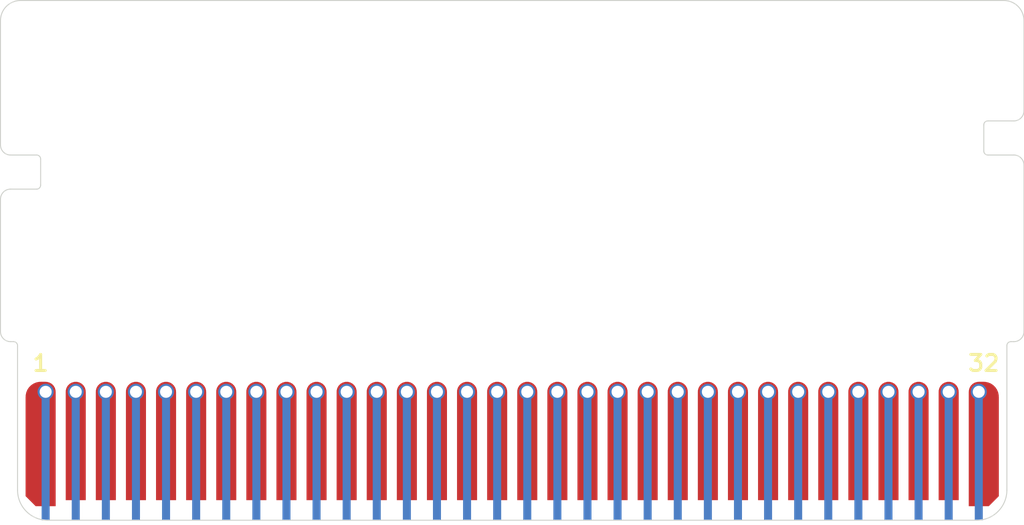
<source format=kicad_pcb>
(kicad_pcb (version 20211014) (generator pcbnew)
  (layers (0 "F.Cu" signal) (31 "B.Cu" signal) (34 "B.Paste" user) (35 "F.Paste" user) (36 "B.SilkS" user "B.Silkscreen") (37 "F.SilkS" user "F.Silkscreen") (38 "B.Mask" user) (39 "F.Mask" user) (44 "Edge.Cuts" user))
  (net 0 "")
  (net 1 "Net-(J1-Pad32)")
  (net 2 "Net-(J1-Pad1)")
  (net 3 "Net-(J1-Pad31)")
  (net 4 "Net-(J1-Pad30)")
  (net 5 "Net-(J1-Pad29)")
  (net 6 "Net-(J1-Pad28)")
  (net 7 "Net-(J1-Pad27)")
  (net 8 "Net-(J1-Pad26)")
  (net 9 "Net-(J1-Pad25)")
  (net 10 "Net-(J1-Pad24)")
  (net 11 "Net-(J1-Pad23)")
  (net 12 "Net-(J1-Pad22)")
  (net 13 "Net-(J1-Pad21)")
  (net 14 "Net-(J1-Pad20)")
  (net 15 "Net-(J1-Pad19)")
  (net 16 "Net-(J1-Pad18)")
  (net 17 "Net-(J1-Pad17)")
  (net 18 "Net-(J1-Pad16)")
  (net 19 "Net-(J1-Pad15)")
  (net 20 "Net-(J1-Pad14)")
  (net 21 "Net-(J1-Pad13)")
  (net 22 "Net-(J1-Pad12)")
  (net 23 "Net-(J1-Pad11)")
  (net 24 "Net-(J1-Pad10)")
  (net 25 "Net-(J1-Pad9)")
  (net 26 "Net-(J1-Pad8)")
  (net 27 "Net-(J1-Pad7)")
  (net 28 "Net-(J1-Pad6)")
  (net 29 "Net-(J1-Pad5)")
  (net 30 "Net-(J1-Pad4)")
  (net 31 "Net-(J1-Pad3)")
  (net 32 "Net-(J1-Pad2)")
  (footprint "Connector_GameBoy:GameBoy_GamePak_AGB-002_P1.50mm_Edge" (layer "F.Cu") (at 149.55 114.8)
    (fp_text reference "J1" hide)
    (fp_text value "GameBoy_GamePak_AGB-002" hide)
    (fp_text user "32" (at 23.5 -7.825) (layer "F.SilkS") (effects (font (size 0.8 0.8))))
    (fp_text user "1" (at -23.5 -7.825) (layer "F.SilkS") (effects (font (size 0.8 0.8))))
    (fp_poly (pts (xy 11.45 0) (xy 11.05 0) (xy 11.05 -6.1) (xy 11.45 -6.1)) (layer "B.Cu") (width 0) (fill solid))
    (fp_poly (pts (xy -0.55 0) (xy -0.95 0) (xy -0.95 -6.1) (xy -0.55 -6.1)) (layer "B.Cu") (width 0) (fill solid))
    (fp_poly (pts (xy 6.95 0) (xy 6.55 0) (xy 6.55 -6.1) (xy 6.95 -6.1)) (layer "B.Cu") (width 0) (fill solid))
    (fp_poly (pts (xy -14.05 0) (xy -14.45 0) (xy -14.45 -6.1) (xy -14.05 -6.1)) (layer "B.Cu") (width 0) (fill solid))
    (fp_poly (pts (xy 2.45 0) (xy 2.05 0) (xy 2.05 -6.1) (xy 2.45 -6.1)) (layer "B.Cu") (width 0) (fill solid))
    (fp_poly (pts (xy -6.55 0) (xy -6.95 0) (xy -6.95 -6.1) (xy -6.55 -6.1)) (layer "B.Cu") (width 0) (fill solid))
    (fp_poly (pts (xy -11.05 0) (xy -11.45 0) (xy -11.45 -6.1) (xy -11.05 -6.1)) (layer "B.Cu") (width 0) (fill solid))
    (fp_poly (pts (xy -8.05 0) (xy -8.45 0) (xy -8.45 -6.1) (xy -8.05 -6.1)) (layer "B.Cu") (width 0) (fill solid))
    (fp_poly (pts (xy -18.55 0) (xy -18.95 0) (xy -18.95 -6.1) (xy -18.55 -6.1)) (layer "B.Cu") (width 0) (fill solid))
    (fp_poly (pts (xy 15.95 0) (xy 15.55 0) (xy 15.55 -6.1) (xy 15.95 -6.1)) (layer "B.Cu") (width 0) (fill solid))
    (fp_poly (pts (xy 18.95 0) (xy 18.55 0) (xy 18.55 -6.1) (xy 18.95 -6.1)) (layer "B.Cu") (width 0) (fill solid))
    (fp_poly (pts (xy -9.55 0) (xy -9.95 0) (xy -9.95 -6.1) (xy -9.55 -6.1)) (layer "B.Cu") (width 0) (fill solid))
    (fp_poly (pts (xy 12.95 0) (xy 12.55 0) (xy 12.55 -6.1) (xy 12.95 -6.1)) (layer "B.Cu") (width 0) (fill solid))
    (fp_poly (pts (xy 3.95 0) (xy 3.55 0) (xy 3.55 -6.1) (xy 3.95 -6.1)) (layer "B.Cu") (width 0) (fill solid))
    (fp_poly (pts (xy -2.05 0) (xy -2.45 0) (xy -2.45 -6.1) (xy -2.05 -6.1)) (layer "B.Cu") (width 0) (fill solid))
    (fp_poly (pts (xy -21.55 0) (xy -21.95 0) (xy -21.95 -6.1) (xy -21.55 -6.1)) (layer "B.Cu") (width 0) (fill solid))
    (fp_poly (pts (xy 21.95 0) (xy 21.55 0) (xy 21.55 -6.1) (xy 21.95 -6.1)) (layer "B.Cu") (width 0) (fill solid))
    (fp_poly (pts (xy -20.05 0) (xy -20.45 0) (xy -20.45 -6.1) (xy -20.05 -6.1)) (layer "B.Cu") (width 0) (fill solid))
    (fp_poly (pts (xy 20.45 0) (xy 20.05 0) (xy 20.05 -6.1) (xy 20.45 -6.1)) (layer "B.Cu") (width 0) (fill solid))
    (fp_poly (pts (xy -12.55 0) (xy -12.95 0) (xy -12.95 -6.1) (xy -12.55 -6.1)) (layer "B.Cu") (width 0) (fill solid))
    (fp_poly (pts (xy -15.55 0) (xy -15.95 0) (xy -15.95 -6.1) (xy -15.55 -6.1)) (layer "B.Cu") (width 0) (fill solid))
    (fp_poly (pts (xy -17.05 0) (xy -17.45 0) (xy -17.45 -6.1) (xy -17.05 -6.1)) (layer "B.Cu") (width 0) (fill solid))
    (fp_poly (pts (xy 14.45 0) (xy 14.05 0) (xy 14.05 -6.1) (xy 14.45 -6.1)) (layer "B.Cu") (width 0) (fill solid))
    (fp_poly (pts (xy 5.45 0) (xy 5.05 0) (xy 5.05 -6.1) (xy 5.45 -6.1)) (layer "B.Cu") (width 0) (fill solid))
    (fp_poly (pts (xy -3.55 0) (xy -3.95 0) (xy -3.95 -6.1) (xy -3.55 -6.1)) (layer "B.Cu") (width 0) (fill solid))
    (fp_poly (pts (xy 17.45 0) (xy 17.05 0) (xy 17.05 -6.1) (xy 17.45 -6.1)) (layer "B.Cu") (width 0) (fill solid))
    (fp_poly (pts (xy 23.45 0) (xy 23.05 0) (xy 23.05 -6.1) (xy 23.45 -6.1)) (layer "B.Cu") (width 0) (fill solid))
    (fp_poly (pts (xy 9.95 0) (xy 9.55 0) (xy 9.55 -6.1) (xy 9.95 -6.1)) (layer "B.Cu") (width 0) (fill solid))
    (fp_poly (pts (xy 8.45 0) (xy 8.05 0) (xy 8.05 -6.1) (xy 8.45 -6.1)) (layer "B.Cu") (width 0) (fill solid))
    (fp_poly (pts (xy 0.95 0) (xy 0.55 0) (xy 0.55 -6.1) (xy 0.95 -6.1)) (layer "B.Cu") (width 0) (fill solid))
    (fp_poly (pts (xy -23.05 0) (xy -23.45 0) (xy -23.45 -6.1) (xy -23.05 -6.1)) (layer "B.Cu") (width 0) (fill solid))
    (fp_poly (pts (xy -5.05 0) (xy -5.45 0) (xy -5.45 -6.1) (xy -5.05 -6.1)) (layer "B.Cu") (width 0) (fill solid))
    (pad "1" connect custom locked (at -23.25 -6.4) (size 0.8 0.8) (layers "F.Cu") (net 2 "Net-(J1-Pad1)") (options (clearance outline) (anchor circle)) (primitives (gr_line (start -0.25 -0.45) (end 0 -0.45) (width 0.1)) (gr_circle (center 0 0) (end 0.25 0) (width 0.5)) (gr_poly (pts (xy -1 5.2) (xy -1 0.25) (xy 0.5 0.25) (xy 0.5 5.7) (xy -0.5 5.7)) (width 0) (fill yes)) (gr_circle (center -0.25 0.25) (end 0.125 0.25) (width 0.75)) (gr_line (start 0.45 0) (end 0.45 0.25) (width 0.1))))
    (pad "1" thru_hole circle locked (at -23.25 -6.4) (size 0.8 0.8) (drill 0.6) (layers *.Cu *.Mask) (net 2 "Net-(J1-Pad1)"))
    (pad "2" connect custom locked (at -21.75 -6.4) (size 0.8 0.8) (layers "F.Cu") (net 32 "Net-(J1-Pad2)") (options (clearance outline) (anchor circle)) (primitives (gr_poly (pts (xy -0.5 5.4) (xy 0.5 5.4) (xy 0.5 0) (xy -0.5 0)) (width 0) (fill yes)) (gr_circle (center -0.001247 0) (end 0.25 0) (width 0.5))))
    (pad "2" thru_hole circle locked (at -21.75 -6.4) (size 0.8 0.8) (drill 0.6) (layers *.Cu *.Mask) (net 32 "Net-(J1-Pad2)"))
    (pad "3" thru_hole circle locked (at -20.25 -6.4) (size 0.8 0.8) (drill 0.6) (layers *.Cu *.Mask) (net 31 "Net-(J1-Pad3)"))
    (pad "3" connect custom locked (at -20.25 -6.4) (size 0.8 0.8) (layers "F.Cu") (net 31 "Net-(J1-Pad3)") (options (clearance outline) (anchor circle)) (primitives (gr_poly (pts (xy -0.5 5.4) (xy 0.5 5.4) (xy 0.5 0) (xy -0.5 0)) (width 0) (fill yes)) (gr_circle (center -0.001247 0) (end 0.25 0) (width 0.5))))
    (pad "4" thru_hole circle locked (at -18.75 -6.4) (size 0.8 0.8) (drill 0.6) (layers *.Cu *.Mask) (net 30 "Net-(J1-Pad4)"))
    (pad "4" connect custom locked (at -18.75 -6.4) (size 0.8 0.8) (layers "F.Cu") (net 30 "Net-(J1-Pad4)") (options (clearance outline) (anchor circle)) (primitives (gr_poly (pts (xy -0.5 5.4) (xy 0.5 5.4) (xy 0.5 0) (xy -0.5 0)) (width 0) (fill yes)) (gr_circle (center -0.001247 0) (end 0.25 0) (width 0.5))))
    (pad "5" connect custom locked (at -17.25 -6.4) (size 0.8 0.8) (layers "F.Cu") (net 29 "Net-(J1-Pad5)") (options (clearance outline) (anchor circle)) (primitives (gr_poly (pts (xy -0.5 5.4) (xy 0.5 5.4) (xy 0.5 0) (xy -0.5 0)) (width 0) (fill yes)) (gr_circle (center -0.001247 0) (end 0.25 0) (width 0.5))))
    (pad "5" thru_hole circle locked (at -17.25 -6.4) (size 0.8 0.8) (drill 0.6) (layers *.Cu *.Mask) (net 29 "Net-(J1-Pad5)"))
    (pad "6" connect custom locked (at -15.75 -6.4) (size 0.8 0.8) (layers "F.Cu") (net 28 "Net-(J1-Pad6)") (options (clearance outline) (anchor circle)) (primitives (gr_poly (pts (xy -0.5 5.4) (xy 0.5 5.4) (xy 0.5 0) (xy -0.5 0)) (width 0) (fill yes)) (gr_circle (center -0.001247 0) (end 0.25 0) (width 0.5))))
    (pad "6" thru_hole circle locked (at -15.75 -6.4) (size 0.8 0.8) (drill 0.6) (layers *.Cu *.Mask) (net 28 "Net-(J1-Pad6)"))
    (pad "7" connect custom locked (at -14.25 -6.4) (size 0.8 0.8) (layers "F.Cu") (net 27 "Net-(J1-Pad7)") (options (clearance outline) (anchor circle)) (primitives (gr_poly (pts (xy -0.5 5.4) (xy 0.5 5.4) (xy 0.5 0) (xy -0.5 0)) (width 0) (fill yes)) (gr_circle (center -0.001247 0) (end 0.25 0) (width 0.5))))
    (pad "7" thru_hole circle locked (at -14.25 -6.4) (size 0.8 0.8) (drill 0.6) (layers *.Cu *.Mask) (net 27 "Net-(J1-Pad7)"))
    (pad "8" connect custom locked (at -12.75 -6.4) (size 0.8 0.8) (layers "F.Cu") (net 26 "Net-(J1-Pad8)") (options (clearance outline) (anchor circle)) (primitives (gr_poly (pts (xy -0.5 5.4) (xy 0.5 5.4) (xy 0.5 0) (xy -0.5 0)) (width 0) (fill yes)) (gr_circle (center -0.001247 0) (end 0.25 0) (width 0.5))))
    (pad "8" thru_hole circle locked (at -12.75 -6.4) (size 0.8 0.8) (drill 0.6) (layers *.Cu *.Mask) (net 26 "Net-(J1-Pad8)"))
    (pad "9" thru_hole circle locked (at -11.25 -6.4) (size 0.8 0.8) (drill 0.6) (layers *.Cu *.Mask) (net 25 "Net-(J1-Pad9)"))
    (pad "9" connect custom locked (at -11.25 -6.4) (size 0.8 0.8) (layers "F.Cu") (net 25 "Net-(J1-Pad9)") (options (clearance outline) (anchor circle)) (primitives (gr_poly (pts (xy -0.5 5.4) (xy 0.5 5.4) (xy 0.5 0) (xy -0.5 0)) (width 0) (fill yes)) (gr_circle (center -0.001247 0) (end 0.25 0) (width 0.5))))
    (pad "10" connect custom locked (at -9.75 -6.4) (size 0.8 0.8) (layers "F.Cu") (net 24 "Net-(J1-Pad10)") (options (clearance outline) (anchor circle)) (primitives (gr_poly (pts (xy -0.5 5.4) (xy 0.5 5.4) (xy 0.5 0) (xy -0.5 0)) (width 0) (fill yes)) (gr_circle (center -0.001247 0) (end 0.25 0) (width 0.5))))
    (pad "10" thru_hole circle locked (at -9.75 -6.4) (size 0.8 0.8) (drill 0.6) (layers *.Cu *.Mask) (net 24 "Net-(J1-Pad10)"))
    (pad "11" connect custom locked (at -8.25 -6.4) (size 0.8 0.8) (layers "F.Cu") (net 23 "Net-(J1-Pad11)") (options (clearance outline) (anchor circle)) (primitives (gr_poly (pts (xy -0.5 5.4) (xy 0.5 5.4) (xy 0.5 0) (xy -0.5 0)) (width 0) (fill yes)) (gr_circle (center -0.001247 0) (end 0.25 0) (width 0.5))))
    (pad "11" thru_hole circle locked (at -8.25 -6.4) (size 0.8 0.8) (drill 0.6) (layers *.Cu *.Mask) (net 23 "Net-(J1-Pad11)"))
    (pad "12" thru_hole circle locked (at -6.75 -6.4) (size 0.8 0.8) (drill 0.6) (layers *.Cu *.Mask) (net 22 "Net-(J1-Pad12)"))
    (pad "12" connect custom locked (at -6.75 -6.4) (size 0.8 0.8) (layers "F.Cu") (net 22 "Net-(J1-Pad12)") (options (clearance outline) (anchor circle)) (primitives (gr_poly (pts (xy -0.5 5.4) (xy 0.5 5.4) (xy 0.5 0) (xy -0.5 0)) (width 0) (fill yes)) (gr_circle (center -0.001247 0) (end 0.25 0) (width 0.5))))
    (pad "13" thru_hole circle locked (at -5.25 -6.4) (size 0.8 0.8) (drill 0.6) (layers *.Cu *.Mask) (net 21 "Net-(J1-Pad13)"))
    (pad "13" connect custom locked (at -5.25 -6.4) (size 0.8 0.8) (layers "F.Cu") (net 21 "Net-(J1-Pad13)") (options (clearance outline) (anchor circle)) (primitives (gr_poly (pts (xy -0.5 5.4) (xy 0.5 5.4) (xy 0.5 0) (xy -0.5 0)) (width 0) (fill yes)) (gr_circle (center -0.001247 0) (end 0.25 0) (width 0.5))))
    (pad "14" connect custom locked (at -3.75 -6.4) (size 0.8 0.8) (layers "F.Cu") (net 20 "Net-(J1-Pad14)") (options (clearance outline) (anchor circle)) (primitives (gr_poly (pts (xy -0.5 5.4) (xy 0.5 5.4) (xy 0.5 0) (xy -0.5 0)) (width 0) (fill yes)) (gr_circle (center -0.001247 0) (end 0.25 0) (width 0.5))))
    (pad "14" thru_hole circle locked (at -3.75 -6.4) (size 0.8 0.8) (drill 0.6) (layers *.Cu *.Mask) (net 20 "Net-(J1-Pad14)"))
    (pad "15" thru_hole circle locked (at -2.25 -6.4) (size 0.8 0.8) (drill 0.6) (layers *.Cu *.Mask) (net 19 "Net-(J1-Pad15)"))
    (pad "15" connect custom locked (at -2.25 -6.4) (size 0.8 0.8) (layers "F.Cu") (net 19 "Net-(J1-Pad15)") (options (clearance outline) (anchor circle)) (primitives (gr_poly (pts (xy -0.5 5.4) (xy 0.5 5.4) (xy 0.5 0) (xy -0.5 0)) (width 0) (fill yes)) (gr_circle (center -0.001247 0) (end 0.25 0) (width 0.5))))
    (pad "16" thru_hole circle locked (at -0.75 -6.4) (size 0.8 0.8) (drill 0.6) (layers *.Cu *.Mask) (net 18 "Net-(J1-Pad16)"))
    (pad "16" connect custom locked (at -0.75 -6.4) (size 0.8 0.8) (layers "F.Cu") (net 18 "Net-(J1-Pad16)") (options (clearance outline) (anchor circle)) (primitives (gr_poly (pts (xy -0.5 5.4) (xy 0.5 5.4) (xy 0.5 0) (xy -0.5 0)) (width 0) (fill yes)) (gr_circle (center -0.001247 0) (end 0.25 0) (width 0.5))))
    (pad "17" connect custom locked (at 0.75 -6.4) (size 0.8 0.8) (layers "F.Cu") (net 17 "Net-(J1-Pad17)") (options (clearance outline) (anchor circle)) (primitives (gr_poly (pts (xy -0.5 5.4) (xy 0.5 5.4) (xy 0.5 0) (xy -0.5 0)) (width 0) (fill yes)) (gr_circle (center -0.001247 0) (end 0.25 0) (width 0.5))))
    (pad "17" thru_hole circle locked (at 0.75 -6.4) (size 0.8 0.8) (drill 0.6) (layers *.Cu *.Mask) (net 17 "Net-(J1-Pad17)"))
    (pad "18" connect custom locked (at 2.25 -6.4) (size 0.8 0.8) (layers "F.Cu") (net 16 "Net-(J1-Pad18)") (options (clearance outline) (anchor circle)) (primitives (gr_poly (pts (xy -0.5 5.4) (xy 0.5 5.4) (xy 0.5 0) (xy -0.5 0)) (width 0) (fill yes)) (gr_circle (center -0.001247 0) (end 0.25 0) (width 0.5))))
    (pad "18" thru_hole circle locked (at 2.25 -6.4) (size 0.8 0.8) (drill 0.6) (layers *.Cu *.Mask) (net 16 "Net-(J1-Pad18)"))
    (pad "19" thru_hole circle locked (at 3.75 -6.4) (size 0.8 0.8) (drill 0.6) (layers *.Cu *.Mask) (net 15 "Net-(J1-Pad19)"))
    (pad "19" connect custom locked (at 3.75 -6.4) (size 0.8 0.8) (layers "F.Cu") (net 15 "Net-(J1-Pad19)") (options (clearance outline) (anchor circle)) (primitives (gr_poly (pts (xy -0.5 5.4) (xy 0.5 5.4) (xy 0.5 0) (xy -0.5 0)) (width 0) (fill yes)) (gr_circle (center -0.001247 0) (end 0.25 0) (width 0.5))))
    (pad "20" thru_hole circle locked (at 5.25 -6.4) (size 0.8 0.8) (drill 0.6) (layers *.Cu *.Mask) (net 14 "Net-(J1-Pad20)"))
    (pad "20" connect custom locked (at 5.25 -6.4) (size 0.8 0.8) (layers "F.Cu") (net 14 "Net-(J1-Pad20)") (options (clearance outline) (anchor circle)) (primitives (gr_poly (pts (xy -0.5 5.4) (xy 0.5 5.4) (xy 0.5 0) (xy -0.5 0)) (width 0) (fill yes)) (gr_circle (center -0.001247 0) (end 0.25 0) (width 0.5))))
    (pad "21" thru_hole circle locked (at 6.75 -6.4) (size 0.8 0.8) (drill 0.6) (layers *.Cu *.Mask) (net 13 "Net-(J1-Pad21)"))
    (pad "21" connect custom locked (at 6.75 -6.4) (size 0.8 0.8) (layers "F.Cu") (net 13 "Net-(J1-Pad21)") (options (clearance outline) (anchor circle)) (primitives (gr_poly (pts (xy -0.5 5.4) (xy 0.5 5.4) (xy 0.5 0) (xy -0.5 0)) (width 0) (fill yes)) (gr_circle (center -0.001247 0) (end 0.25 0) (width 0.5))))
    (pad "22" connect custom locked (at 8.25 -6.4) (size 0.8 0.8) (layers "F.Cu") (net 12 "Net-(J1-Pad22)") (options (clearance outline) (anchor circle)) (primitives (gr_poly (pts (xy -0.5 5.4) (xy 0.5 5.4) (xy 0.5 0) (xy -0.5 0)) (width 0) (fill yes)) (gr_circle (center -0.001247 0) (end 0.25 0) (width 0.5))))
    (pad "22" thru_hole circle locked (at 8.25 -6.4) (size 0.8 0.8) (drill 0.6) (layers *.Cu *.Mask) (net 12 "Net-(J1-Pad22)"))
    (pad "23" connect custom locked (at 9.75 -6.4) (size 0.8 0.8) (layers "F.Cu") (net 11 "Net-(J1-Pad23)") (options (clearance outline) (anchor circle)) (primitives (gr_poly (pts (xy -0.5 5.4) (xy 0.5 5.4) (xy 0.5 0) (xy -0.5 0)) (width 0) (fill yes)) (gr_circle (center -0.001247 0) (end 0.25 0) (width 0.5))))
    (pad "23" thru_hole circle locked (at 9.75 -6.4) (size 0.8 0.8) (drill 0.6) (layers *.Cu *.Mask) (net 11 "Net-(J1-Pad23)"))
    (pad "24" thru_hole circle locked (at 11.25 -6.4) (size 0.8 0.8) (drill 0.6) (layers *.Cu *.Mask) (net 10 "Net-(J1-Pad24)"))
    (pad "24" connect custom locked (at 11.25 -6.4) (size 0.8 0.8) (layers "F.Cu") (net 10 "Net-(J1-Pad24)") (options (clearance outline) (anchor circle)) (primitives (gr_poly (pts (xy -0.5 5.4) (xy 0.5 5.4) (xy 0.5 0) (xy -0.5 0)) (width 0) (fill yes)) (gr_circle (center -0.001247 0) (end 0.25 0) (width 0.5))))
    (pad "25" connect custom locked (at 12.75 -6.4) (size 0.8 0.8) (layers "F.Cu") (net 9 "Net-(J1-Pad25)") (options (clearance outline) (anchor circle)) (primitives (gr_poly (pts (xy -0.5 5.4) (xy 0.5 5.4) (xy 0.5 0) (xy -0.5 0)) (width 0) (fill yes)) (gr_circle (center -0.001247 0) (end 0.25 0) (width 0.5))))
    (pad "25" thru_hole circle locked (at 12.75 -6.4) (size 0.8 0.8) (drill 0.6) (layers *.Cu *.Mask) (net 9 "Net-(J1-Pad25)"))
    (pad "26" thru_hole circle locked (at 14.25 -6.4) (size 0.8 0.8) (drill 0.6) (layers *.Cu *.Mask) (net 8 "Net-(J1-Pad26)"))
    (pad "26" connect custom locked (at 14.25 -6.4) (size 0.8 0.8) (layers "F.Cu") (net 8 "Net-(J1-Pad26)") (options (clearance outline) (anchor circle)) (primitives (gr_poly (pts (xy -0.5 5.4) (xy 0.5 5.4) (xy 0.5 0) (xy -0.5 0)) (width 0) (fill yes)) (gr_circle (center -0.001247 0) (end 0.25 0) (width 0.5))))
    (pad "27" connect custom locked (at 15.75 -6.4) (size 0.8 0.8) (layers "F.Cu") (net 7 "Net-(J1-Pad27)") (options (clearance outline) (anchor circle)) (primitives (gr_poly (pts (xy -0.5 5.4) (xy 0.5 5.4) (xy 0.5 0) (xy -0.5 0)) (width 0) (fill yes)) (gr_circle (center -0.001247 0) (end 0.25 0) (width 0.5))))
    (pad "27" thru_hole circle locked (at 15.75 -6.4) (size 0.8 0.8) (drill 0.6) (layers *.Cu *.Mask) (net 7 "Net-(J1-Pad27)"))
    (pad "28" connect custom locked (at 17.25 -6.4) (size 0.8 0.8) (layers "F.Cu") (net 6 "Net-(J1-Pad28)") (options (clearance outline) (anchor circle)) (primitives (gr_poly (pts (xy -0.5 5.4) (xy 0.5 5.4) (xy 0.5 0) (xy -0.5 0)) (width 0) (fill yes)) (gr_circle (center -0.001247 0) (end 0.25 0) (width 0.5))))
    (pad "28" thru_hole circle locked (at 17.25 -6.4) (size 0.8 0.8) (drill 0.6) (layers *.Cu *.Mask) (net 6 "Net-(J1-Pad28)"))
    (pad "29" thru_hole circle locked (at 18.75 -6.4) (size 0.8 0.8) (drill 0.6) (layers *.Cu *.Mask) (net 5 "Net-(J1-Pad29)"))
    (pad "29" connect custom locked (at 18.75 -6.4) (size 0.8 0.8) (layers "F.Cu") (net 5 "Net-(J1-Pad29)") (options (clearance outline) (anchor circle)) (primitives (gr_poly (pts (xy -0.5 5.4) (xy 0.5 5.4) (xy 0.5 0) (xy -0.5 0)) (width 0) (fill yes)) (gr_circle (center -0.001247 0) (end 0.25 0) (width 0.5))))
    (pad "30" connect custom locked (at 20.25 -6.4) (size 0.8 0.8) (layers "F.Cu") (net 4 "Net-(J1-Pad30)") (options (clearance outline) (anchor circle)) (primitives (gr_poly (pts (xy -0.5 5.4) (xy 0.5 5.4) (xy 0.5 0) (xy -0.5 0)) (width 0) (fill yes)) (gr_circle (center -0.001247 0) (end 0.25 0) (width 0.5))))
    (pad "30" thru_hole circle locked (at 20.25 -6.4) (size 0.8 0.8) (drill 0.6) (layers *.Cu *.Mask) (net 4 "Net-(J1-Pad30)"))
    (pad "31" thru_hole circle locked (at 21.75 -6.4) (size 0.8 0.8) (drill 0.6) (layers *.Cu *.Mask) (net 3 "Net-(J1-Pad31)"))
    (pad "31" connect custom locked (at 21.75 -6.4) (size 0.8 0.8) (layers "F.Cu") (net 3 "Net-(J1-Pad31)") (options (clearance outline) (anchor circle)) (primitives (gr_poly (pts (xy -0.5 5.4) (xy 0.5 5.4) (xy 0.5 0) (xy -0.5 0)) (width 0) (fill yes)) (gr_circle (center -0.001247 0) (end 0.25 0) (width 0.5))))
    (pad "32" thru_hole circle locked (at 23.25 -6.4) (size 0.8 0.8) (drill 0.6) (layers *.Cu *.Mask) (net 1 "Net-(J1-Pad32)"))
    (pad "32" connect custom locked (at 23.25 -6.4) (size 0.8 0.8) (layers "F.Cu") (net 1 "Net-(J1-Pad32)") (options (clearance outline) (anchor circle)) (primitives (gr_line (start 0 -0.45) (end 0.25 -0.45) (width 0.1)) (gr_poly (pts (xy -0.5 5.7) (xy -0.5 0.25) (xy 1 0.25) (xy 1 5.2) (xy 0.5 5.7)) (width 0) (fill yes)) (gr_circle (center 0.25 0.25) (end 0.625 0.25) (width 0.75)) (gr_circle (center 0 0) (end 0.25 0) (width 0.5)) (gr_line (start -0.45 0) (end -0.45 0.25) (width 0.1))))
  )
  (gr_line (start 173.25 94.9) (end 174.55 94.9) (layer "Edge.Cuts") (width 0.05))
  (gr_arc (start 173.05 95.1) (mid 173.108579 94.958579) (end 173.25 94.9) (layer "Edge.Cuts") (width 0.05))
  (gr_arc (start 124.7 105.9) (mid 124.841421 105.958579) (end 124.9 106.1) (layer "Edge.Cuts") (width 0.05))
  (gr_arc (start 126.05 98.1) (mid 125.991421 98.241421) (end 125.85 98.3) (layer "Edge.Cuts") (width 0.05))
  (gr_line (start 175.05 105.4) (end 175.05 97.1) (layer "Edge.Cuts") (width 0.05))
  (gr_arc (start 126.4 114.8) (mid 125.33934 114.36066) (end 124.9 113.3) (layer "Edge.Cuts") (width 0.05))
  (gr_arc (start 174.2 113.3) (mid 173.76066 114.36066) (end 172.7 114.8) (layer "Edge.Cuts") (width 0.05))
  (gr_arc (start 124.55 96.6) (mid 124.196447 96.453553) (end 124.05 96.1) (layer "Edge.Cuts") (width 0.05))
  (gr_arc (start 174.55 96.6) (mid 174.903553 96.746447) (end 175.05 97.1) (layer "Edge.Cuts") (width 0.05))
  (gr_arc (start 124.05 89.9) (mid 124.342893 89.192893) (end 125.05 88.9) (layer "Edge.Cuts") (width 0.05))
  (gr_line (start 124.55 96.6) (end 125.85 96.6) (layer "Edge.Cuts") (width 0.05))
  (gr_line (start 124.05 96.1) (end 124.05 89.9) (layer "Edge.Cuts") (width 0.05))
  (gr_arc (start 125.85 96.6) (mid 125.991421 96.658579) (end 126.05 96.8) (layer "Edge.Cuts") (width 0.05))
  (gr_line (start 173.05 95.1) (end 173.05 96.4) (layer "Edge.Cuts") (width 0.05))
  (gr_line (start 174.55 96.6) (end 173.25 96.6) (layer "Edge.Cuts") (width 0.05))
  (gr_line (start 175.05 94.4) (end 175.05 89.9) (layer "Edge.Cuts") (width 0.05))
  (gr_line (start 124.9 113.3) (end 124.9 106.1) (layer "Edge.Cuts") (width 0.05))
  (gr_line (start 124.05 105.4) (end 124.05 98.8) (layer "Edge.Cuts") (width 0.05))
  (gr_arc (start 174.2 106.1) (mid 174.258579 105.958579) (end 174.4 105.9) (layer "Edge.Cuts") (width 0.05))
  (gr_arc (start 124.55 105.9) (mid 124.196447 105.753553) (end 124.05 105.4) (layer "Edge.Cuts") (width 0.05))
  (gr_arc (start 175.05 105.4) (mid 174.903553 105.753553) (end 174.55 105.9) (layer "Edge.Cuts") (width 0.05))
  (gr_line (start 125.05 88.9) (end 174.05 88.9) (layer "Edge.Cuts") (width 0.05))
  (gr_line (start 174.55 105.9) (end 174.4 105.9) (layer "Edge.Cuts") (width 0.05))
  (gr_arc (start 173.25 96.6) (mid 173.108579 96.541421) (end 173.05 96.4) (layer "Edge.Cuts") (width 0.05))
  (gr_arc (start 174.05 88.9) (mid 174.757107 89.192893) (end 175.05 89.9) (layer "Edge.Cuts") (width 0.05))
  (gr_line (start 126.05 96.8) (end 126.05 98.1) (layer "Edge.Cuts") (width 0.05))
  (gr_line (start 125.85 98.3) (end 124.55 98.3) (layer "Edge.Cuts") (width 0.05))
  (gr_line (start 172.7 114.8) (end 126.4 114.8) (layer "Edge.Cuts") (width 0.05))
  (gr_arc (start 124.05 98.8) (mid 124.196447 98.446447) (end 124.55 98.3) (layer "Edge.Cuts") (width 0.05))
  (gr_line (start 174.2 113.3) (end 174.2 106.1) (layer "Edge.Cuts") (width 0.05))
  (gr_line (start 124.7 105.9) (end 124.55 105.9) (layer "Edge.Cuts") (width 0.05))
  (gr_arc (start 175.05 94.4) (mid 174.903553 94.753553) (end 174.55 94.9) (layer "Edge.Cuts") (width 0.05))
)
</source>
